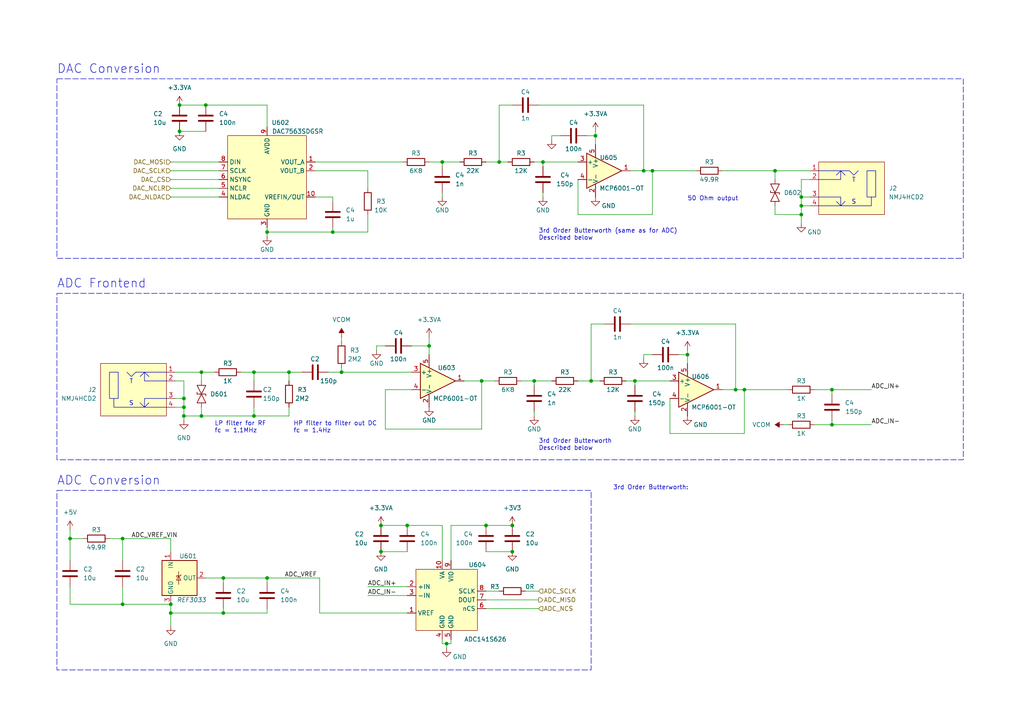
<source format=kicad_sch>
(kicad_sch (version 20230121) (generator eeschema)
  (paper "A4")
  (lib_symbols
    (symbol "Amplifier_Operational:MCP6001-OT" (pin_names (offset 0.127))
      (property "Reference" "U" (at -1.27 6.35 0))
      (property "Value" "MCP6001-OT" (at -1.27 3.81 0))
      (symbol "MCP6001-OT_0_1"
        (polyline (pts (xy -5.08 5.08) (xy 5.08 0) (xy -5.08 -5.08) (xy -5.08 5.08)) (stroke (width 0.254)) (fill (type background)))
        (pin power_in line (at -2.54 -7.62 90) (length 3.81) (name "V-") (number "2"))
        (pin power_in line (at -2.54 7.62 270) (length 3.81) (name "V+") (number "5"))
      )
      (symbol "MCP6001-OT_1_1"
        (pin output line (at 7.62 0 180) (length 2.54) (name "~") (number "1"))
        (pin input line (at -7.62 2.54 0) (length 2.54) (name "+") (number "3"))
        (pin input line (at -7.62 -2.54 0) (length 2.54) (name "-") (number "4"))
      )
    )
    (symbol "Device:C" (pin_numbers hide) (pin_names (offset 0.254))
      (property "Reference" "C" (at 0.635 2.54 0))
      (property "Value" "C" (at 0.635 -2.54 0))
      (symbol "C_0_1"
        (polyline (pts (xy -2.032 -0.762) (xy 2.032 -0.762)) (stroke (width 0.508)))
        (polyline (pts (xy -2.032 0.762) (xy 2.032 0.762)) (stroke (width 0.508)))
      )
      (symbol "C_1_1"
        (pin passive line (at 0 3.81 270) (length 2.794) (name "~") (number "1"))
        (pin passive line (at 0 -3.81 90) (length 2.794) (name "~") (number "2"))
      )
    )
    (symbol "Device:R" (pin_numbers hide) (pin_names (offset 0))
      (property "Reference" "R" (at 2.032 0 90))
      (property "Value" "R" (at 0 0 90))
      (symbol "R_0_1"
        (rectangle (start -1.016 -2.54) (end 1.016 2.54) (stroke (width 0.254)))
      )
      (symbol "R_1_1"
        (pin passive line (at 0 3.81 270) (length 1.27) (name "~") (number "1"))
        (pin passive line (at 0 -3.81 90) (length 1.27) (name "~") (number "2"))
      )
    )
    (symbol "Reference_Voltage:REF3033" (pin_names (offset 0.254))
      (property "Reference" "U" (at 0 6.35 0))
      (property "Value" "REF3033" (at 2.54 -6.35 0))
      (symbol "REF3033_0_1"
        (rectangle (start -5.08 5.08) (end 5.08 -5.08) (stroke (width 0.254)) (fill (type background)))
        (polyline (pts (xy -0.254 1.905) (xy -0.254 -1.905)))
        (polyline (pts (xy -0.889 -0.635) (xy 0.381 -0.635) (xy -0.254 0.635) (xy -0.889 -0.635)))
        (polyline (pts (xy 0.381 1.016) (xy 0.381 0.635) (xy -0.889 0.635) (xy -0.889 0.254)))
      )
      (symbol "REF3033_1_1"
        (pin power_in line (at -2.54 7.62 270) (length 2.54) (name "IN") (number "1"))
        (pin power_out line (at 7.62 0 180) (length 2.54) (name "OUT") (number "2"))
        (pin power_in line (at -2.54 -7.62 90) (length 2.54) (name "GND") (number "3"))
      )
    )
    (symbol "pedal-components:ADC141S626"
      (property "Reference" "U" (at 6.35 10.16 0))
      (property "Value" "ADC141S626" (at 8.89 -10.16 0))
      (symbol "ADC141S626_1_1"
        (rectangle (start -8.89 8.89) (end 8.89 -8.89) (fill (type background)))
        (pin input line (at -11.43 -3.81 0) (length 2.54) (name "VREF") (number "1"))
        (pin power_in line (at -1.27 11.43 270) (length 2.54) (name "VA") (number "10"))
        (pin input line (at -11.43 3.81 0) (length 2.54) (name "+IN") (number "2"))
        (pin input line (at -11.43 1.27 0) (length 2.54) (name "-IN") (number "3"))
        (pin power_in line (at -1.27 -11.43 90) (length 2.54) (name "GND") (number "4"))
        (pin power_in line (at 1.27 -11.43 90) (length 2.54) (name "GND") (number "5"))
        (pin input line (at 11.43 -2.54 180) (length 2.54) (name "nCS") (number "6"))
        (pin output line (at 11.43 0 180) (length 2.54) (name "DOUT") (number "7"))
        (pin input line (at 11.43 2.54 180) (length 2.54) (name "SCLK") (number "8"))
        (pin power_in line (at 1.27 11.43 270) (length 2.54) (name "VIO") (number "9"))
      )
    )
    (symbol "pedal-components:DAC7563SDGSR"
      (property "Reference" "U" (at 13.97 3.81 0))
      (symbol "DAC7563SDGSR_0_0"
        (pin output line (at 13.97 3.81 180) (length 2.54) (name "VOUT_A") (number "1"))
        (pin passive line (at 13.97 -6.35 180) (length 2.54) (name "VREFIN/OUT") (number "10"))
        (pin output line (at 13.97 1.27 180) (length 2.54) (name "VOUT_B") (number "2"))
        (pin power_in line (at 0 -15.24 90) (length 2.54) (name "GND") (number "3"))
        (pin input line (at -13.97 -6.35 0) (length 2.54) (name "NLDAC") (number "4"))
        (pin input line (at -13.97 -3.81 0) (length 2.54) (name "NCLR") (number "5"))
        (pin input line (at -13.97 -1.27 0) (length 2.54) (name "NSYNC") (number "6"))
        (pin input line (at -13.97 1.27 0) (length 2.54) (name "SCLK") (number "7"))
        (pin input line (at -13.97 3.81 0) (length 2.54) (name "DIN") (number "8"))
        (pin power_in line (at 0 13.97 270) (length 2.54) (name "AVDD") (number "9"))
      )
      (symbol "DAC7563SDGSR_1_1"
        (rectangle (start -11.43 11.43) (end 11.43 -12.7) (fill (type background)))
      )
    )
    (symbol "pedal-components:NMJ4HCD2"
      (property "Reference" "J" (at 0 0 0))
      (symbol "NMJ4HCD2_0_1"
        (rectangle (start -1.27 5.08) (end -1.27 5.08))
        (polyline (pts (xy 5.08 5.08) (xy 5.08 5.08)))
      )
      (symbol "NMJ4HCD2_1_1"
        (polyline (pts (xy 6.35 3.81) (xy 6.35 3.81)))
        (polyline (pts (xy 15.24 -2.54) (xy 15.24 -5.08) (xy 0 -5.08)) (stroke (width 0) (color 0 0 194 1)))
        (polyline (pts (xy 0 5.08) (xy 8.89 5.08) (xy 10.16 3.81) (xy 11.43 5.08)) (stroke (width 0) (color 0 0 194 1)))
        (polyline (pts (xy 0 -2.54) (xy 6.35 -2.54) (xy 6.35 -5.08) (xy 7.62 -3.81) (xy 6.35 -5.08) (xy 5.08 -3.81)) (stroke (width 0) (color 0 0 194 1)))
        (polyline (pts (xy 0 2.54) (xy 6.35 2.54) (xy 6.35 5.08) (xy 5.08 3.81) (xy 6.35 5.08) (xy 7.62 3.81)) (stroke (width 0) (color 0 0 194 1)))
        (rectangle (start 0 7.62) (end 19.05 -7.62) (fill (type background)))
        (rectangle (start 13.97 5.08) (end 16.51 -2.54) (stroke (width 0) (color 0 0 194 1)))
        (text "S" (at 10.16 -3.81 0) (effects (font (size 1.27 1.27))))
        (text "T" (at 10.16 2.54 0) (effects (font (size 1.27 1.27))))
        (pin input line (at -2.54 5.08 0) (length 2.54) (name "") (number "1"))
        (pin input line (at -2.54 2.54 0) (length 2.54) (name "") (number "2"))
        (pin input line (at -2.54 -2.54 0) (length 2.54) (name "") (number "3"))
        (pin input line (at -2.54 -5.08 0) (length 2.54) (name "") (number "4"))
      )
    )
    (symbol "pedal-components:PESD3V3L1BA"
      (property "Reference" "D" (at -1.27 2.54 0))
      (symbol "PESD3V3L1BA_0_1"
        (polyline (pts (xy -2.54 0) (xy -3.81 0)))
        (polyline (pts (xy 2.54 0) (xy 3.81 0)))
        (polyline (pts (xy -2.54 -1.27) (xy 0 0) (xy -2.54 1.27) (xy -2.54 -1.27)) (stroke (width 0.2032)))
        (polyline (pts (xy 0.508 1.27) (xy 0 1.27) (xy 0 -1.27) (xy -0.508 -1.27)) (stroke (width 0.2032)))
        (polyline (pts (xy 2.54 1.27) (xy 2.54 -1.27) (xy 0 0) (xy 2.54 1.27)) (stroke (width 0.2032)))
      )
      (symbol "PESD3V3L1BA_1_1"
        (pin passive line (at -3.81 0 0) (length 2.54) hide (name "A1") (number "1"))
        (pin passive line (at 3.81 0 180) (length 2.54) hide (name "A2") (number "2"))
      )
    )
    (symbol "power:+3.3VA" (power) (pin_names (offset 0))
      (property "Value" "+3.3VA" (at 0 3.556 0))
      (symbol "+3.3VA_0_1"
        (polyline (pts (xy -0.762 1.27) (xy 0 2.54)))
        (polyline (pts (xy 0 0) (xy 0 2.54)))
        (polyline (pts (xy 0 2.54) (xy 0.762 1.27)))
      )
      (symbol "+3.3VA_1_1"
        (pin power_in line (at 0 0 90) (length 0) hide (name "+3.3VA") (number "1"))
      )
    )
    (symbol "power:+3V3" (power) (pin_names (offset 0))
      (property "Value" "+3V3" (at 0 3.556 0))
      (symbol "+3V3_0_1"
        (polyline (pts (xy -0.762 1.27) (xy 0 2.54)))
        (polyline (pts (xy 0 0) (xy 0 2.54)))
        (polyline (pts (xy 0 2.54) (xy 0.762 1.27)))
      )
      (symbol "+3V3_1_1"
        (pin power_in line (at 0 0 90) (length 0) hide (name "+3V3") (number "1"))
      )
    )
    (symbol "power:+5V" (power) (pin_names (offset 0))
      (property "Value" "+5V" (at 0 3.556 0))
      (symbol "+5V_0_1"
        (polyline (pts (xy -0.762 1.27) (xy 0 2.54)))
        (polyline (pts (xy 0 0) (xy 0 2.54)))
        (polyline (pts (xy 0 2.54) (xy 0.762 1.27)))
      )
      (symbol "+5V_1_1"
        (pin power_in line (at 0 0 90) (length 0) hide (name "+5V") (number "1"))
      )
    )
    (symbol "power:GND" (power) (pin_names (offset 0))
      (property "Value" "GND" (at 0 -3.81 0))
      (symbol "GND_0_1"
        (polyline (pts (xy 0 0) (xy 0 -1.27) (xy 1.27 -1.27) (xy 0 -2.54) (xy -1.27 -1.27) (xy 0 -1.27)))
      )
      (symbol "GND_1_1"
        (pin power_in line (at 0 0 270) (length 0) hide (name "GND") (number "1"))
      )
    )
    (symbol "power:VCOM" (power) (pin_names (offset 0))
      (property "Value" "VCOM" (at 0 3.81 0))
      (symbol "VCOM_0_1"
        (polyline (pts (xy 0 0) (xy 0 2.54)))
        (polyline (pts (xy 0.762 1.27) (xy -0.762 1.27) (xy 0 2.54) (xy 0.762 1.27)) (fill (type outline)))
      )
      (symbol "VCOM_1_1"
        (pin power_in line (at 0 0 90) (length 0) hide (name "VCOM") (number "1"))
      )
    )
  )
  (junction (at 73.66 120.65))
  (junction (at 110.49 152.4))
  (junction (at 96.52 67.31))
  (junction (at 144.78 46.99))
  (junction (at 241.3 123.19))
  (junction (at 53.34 118.11))
  (junction (at 49.53 177.8))
  (junction (at 148.59 160.02))
  (junction (at 139.7 110.49))
  (junction (at 83.82 107.95))
  (junction (at 59.69 30.48))
  (junction (at 199.39 102.87))
  (junction (at 52.07 30.48))
  (junction (at 52.07 38.1))
  (junction (at 157.48 46.99))
  (junction (at 110.49 160.02))
  (junction (at 99.06 107.95))
  (junction (at 73.66 107.95))
  (junction (at 215.9 113.03))
  (junction (at 35.56 175.26))
  (junction (at 232.41 57.15))
  (junction (at 129.54 186.69))
  (junction (at 184.15 110.49))
  (junction (at 58.42 107.95))
  (junction (at 224.79 49.53))
  (junction (at 77.47 167.64))
  (junction (at 49.53 175.26))
  (junction (at 124.46 100.33))
  (junction (at 172.72 39.37))
  (junction (at 154.94 110.49))
  (junction (at 35.56 156.21))
  (junction (at 118.11 152.4))
  (junction (at 20.32 156.21))
  (junction (at 189.23 49.53))
  (junction (at 53.34 115.57))
  (junction (at 58.42 120.65))
  (junction (at 148.59 152.4))
  (junction (at 171.45 110.49))
  (junction (at 232.41 59.69))
  (junction (at 64.77 177.8))
  (junction (at 241.3 113.03))
  (junction (at 128.27 46.99))
  (junction (at 64.77 167.64))
  (junction (at 232.41 62.23))
  (junction (at 186.69 49.53))
  (junction (at 77.47 67.31))
  (junction (at 213.36 113.03))
  (junction (at 140.97 152.4))
  (junction (at 53.34 120.65))
  (wire (pts (xy 69.85 107.95) (xy 73.66 107.95)))
  (wire (pts (xy 241.3 121.92) (xy 241.3 123.19)))
  (wire (pts (xy 20.32 153.67) (xy 20.32 156.21)))
  (wire (pts (xy 53.34 115.57) (xy 50.8 115.57)))
  (wire (pts (xy 241.3 113.03) (xy 252.73 113.03)))
  (wire (pts (xy 77.47 30.48) (xy 59.69 30.48)))
  (wire (pts (xy 194.31 110.49) (xy 184.15 110.49)))
  (wire (pts (xy 49.53 175.26) (xy 49.53 177.8)))
  (wire (pts (xy 234.95 49.53) (xy 224.79 49.53)))
  (wire (pts (xy 167.64 52.07) (xy 167.64 62.23)))
  (wire (pts (xy 77.47 168.91) (xy 77.47 167.64)))
  (wire (pts (xy 213.36 113.03) (xy 215.9 113.03)))
  (wire (pts (xy 53.34 120.65) (xy 53.34 121.92)))
  (wire (pts (xy 232.41 57.15) (xy 232.41 59.69)))
  (wire (pts (xy 154.94 110.49) (xy 160.02 110.49)))
  (wire (pts (xy 20.32 156.21) (xy 24.13 156.21)))
  (wire (pts (xy 53.34 115.57) (xy 53.34 118.11)))
  (wire (pts (xy 99.06 106.68) (xy 99.06 107.95)))
  (wire (pts (xy 241.3 123.19) (xy 252.73 123.19)))
  (wire (pts (xy 111.76 100.33) (xy 109.22 100.33)))
  (wire (pts (xy 53.34 120.65) (xy 58.42 120.65)))
  (wire (pts (xy 128.27 162.56) (xy 128.27 152.4)))
  (wire (pts (xy 139.7 110.49) (xy 143.51 110.49)))
  (wire (pts (xy 232.41 59.69) (xy 232.41 62.23)))
  (wire (pts (xy 119.38 107.95) (xy 99.06 107.95)))
  (wire (pts (xy 31.75 156.21) (xy 35.56 156.21)))
  (wire (pts (xy 58.42 120.65) (xy 73.66 120.65)))
  (wire (pts (xy 64.77 167.64) (xy 77.47 167.64)))
  (wire (pts (xy 194.31 125.73) (xy 215.9 125.73)))
  (wire (pts (xy 99.06 107.95) (xy 95.25 107.95)))
  (wire (pts (xy 83.82 107.95) (xy 87.63 107.95)))
  (wire (pts (xy 96.52 67.31) (xy 77.47 67.31)))
  (wire (pts (xy 199.39 102.87) (xy 199.39 105.41)))
  (wire (pts (xy 20.32 156.21) (xy 20.32 162.56)))
  (wire (pts (xy 124.46 100.33) (xy 124.46 102.87)))
  (wire (pts (xy 241.3 114.3) (xy 241.3 113.03)))
  (wire (pts (xy 213.36 93.98) (xy 213.36 113.03)))
  (wire (pts (xy 118.11 152.4) (xy 128.27 152.4)))
  (wire (pts (xy 215.9 125.73) (xy 215.9 113.03)))
  (wire (pts (xy 106.68 49.53) (xy 91.44 49.53)))
  (wire (pts (xy 140.97 173.99) (xy 156.21 173.99)))
  (wire (pts (xy 154.94 110.49) (xy 151.13 110.49)))
  (wire (pts (xy 110.49 152.4) (xy 118.11 152.4)))
  (wire (pts (xy 35.56 175.26) (xy 49.53 175.26)))
  (wire (pts (xy 77.47 177.8) (xy 64.77 177.8)))
  (wire (pts (xy 128.27 48.26) (xy 128.27 46.99)))
  (wire (pts (xy 119.38 100.33) (xy 124.46 100.33)))
  (wire (pts (xy 106.68 67.31) (xy 96.52 67.31)))
  (wire (pts (xy 129.54 186.69) (xy 130.81 186.69)))
  (wire (pts (xy 140.97 176.53) (xy 156.21 176.53)))
  (wire (pts (xy 49.53 57.15) (xy 63.5 57.15)))
  (wire (pts (xy 111.76 124.46) (xy 139.7 124.46)))
  (wire (pts (xy 157.48 55.88) (xy 157.48 57.15)))
  (wire (pts (xy 152.4 171.45) (xy 156.21 171.45)))
  (wire (pts (xy 73.66 107.95) (xy 83.82 107.95)))
  (wire (pts (xy 59.69 167.64) (xy 64.77 167.64)))
  (wire (pts (xy 58.42 107.95) (xy 50.8 107.95)))
  (wire (pts (xy 227.33 123.19) (xy 228.6 123.19)))
  (wire (pts (xy 134.62 110.49) (xy 139.7 110.49)))
  (wire (pts (xy 175.26 93.98) (xy 171.45 93.98)))
  (wire (pts (xy 154.94 111.76) (xy 154.94 110.49)))
  (wire (pts (xy 128.27 186.69) (xy 129.54 186.69)))
  (wire (pts (xy 92.71 177.8) (xy 118.11 177.8)))
  (wire (pts (xy 234.95 57.15) (xy 232.41 57.15)))
  (wire (pts (xy 77.47 68.58) (xy 77.47 67.31)))
  (wire (pts (xy 232.41 52.07) (xy 232.41 57.15)))
  (wire (pts (xy 106.68 62.23) (xy 106.68 67.31)))
  (wire (pts (xy 130.81 186.69) (xy 130.81 185.42)))
  (wire (pts (xy 128.27 55.88) (xy 128.27 57.15)))
  (wire (pts (xy 182.88 93.98) (xy 213.36 93.98)))
  (wire (pts (xy 49.53 177.8) (xy 64.77 177.8)))
  (wire (pts (xy 234.95 59.69) (xy 232.41 59.69)))
  (wire (pts (xy 73.66 120.65) (xy 83.82 120.65)))
  (wire (pts (xy 194.31 115.57) (xy 194.31 125.73)))
  (wire (pts (xy 186.69 102.87) (xy 186.69 104.14)))
  (wire (pts (xy 20.32 175.26) (xy 35.56 175.26)))
  (wire (pts (xy 140.97 171.45) (xy 144.78 171.45)))
  (wire (pts (xy 35.56 156.21) (xy 49.53 156.21)))
  (wire (pts (xy 58.42 110.49) (xy 58.42 107.95)))
  (wire (pts (xy 224.79 62.23) (xy 232.41 62.23)))
  (wire (pts (xy 96.52 57.15) (xy 91.44 57.15)))
  (wire (pts (xy 77.47 36.83) (xy 77.47 30.48)))
  (wire (pts (xy 128.27 46.99) (xy 133.35 46.99)))
  (wire (pts (xy 77.47 177.8) (xy 77.47 176.53)))
  (wire (pts (xy 209.55 49.53) (xy 224.79 49.53)))
  (wire (pts (xy 154.94 119.38) (xy 154.94 120.65)))
  (wire (pts (xy 236.22 123.19) (xy 241.3 123.19)))
  (wire (pts (xy 96.52 66.04) (xy 96.52 67.31)))
  (wire (pts (xy 189.23 49.53) (xy 201.93 49.53)))
  (wire (pts (xy 172.72 39.37) (xy 172.72 41.91)))
  (wire (pts (xy 49.53 46.99) (xy 63.5 46.99)))
  (wire (pts (xy 91.44 46.99) (xy 116.84 46.99)))
  (wire (pts (xy 73.66 107.95) (xy 73.66 110.49)))
  (wire (pts (xy 154.94 46.99) (xy 157.48 46.99)))
  (wire (pts (xy 83.82 118.11) (xy 83.82 120.65)))
  (wire (pts (xy 64.77 167.64) (xy 64.77 168.91)))
  (wire (pts (xy 53.34 118.11) (xy 53.34 120.65)))
  (wire (pts (xy 77.47 167.64) (xy 92.71 167.64)))
  (wire (pts (xy 58.42 107.95) (xy 62.23 107.95)))
  (wire (pts (xy 110.49 160.02) (xy 118.11 160.02)))
  (wire (pts (xy 148.59 152.4) (xy 140.97 152.4)))
  (wire (pts (xy 184.15 110.49) (xy 184.15 111.76)))
  (wire (pts (xy 157.48 46.99) (xy 157.48 48.26)))
  (wire (pts (xy 111.76 113.03) (xy 111.76 124.46)))
  (wire (pts (xy 160.02 39.37) (xy 160.02 40.64)))
  (wire (pts (xy 124.46 97.79) (xy 124.46 100.33)))
  (wire (pts (xy 73.66 118.11) (xy 73.66 120.65)))
  (wire (pts (xy 182.88 49.53) (xy 186.69 49.53)))
  (wire (pts (xy 140.97 152.4) (xy 130.81 152.4)))
  (wire (pts (xy 52.07 30.48) (xy 59.69 30.48)))
  (wire (pts (xy 139.7 110.49) (xy 139.7 124.46)))
  (wire (pts (xy 167.64 62.23) (xy 189.23 62.23)))
  (wire (pts (xy 52.07 38.1) (xy 59.69 38.1)))
  (wire (pts (xy 209.55 113.03) (xy 213.36 113.03)))
  (wire (pts (xy 50.8 110.49) (xy 53.34 110.49)))
  (wire (pts (xy 49.53 156.21) (xy 49.53 160.02)))
  (wire (pts (xy 20.32 170.18) (xy 20.32 175.26)))
  (wire (pts (xy 156.21 30.48) (xy 186.69 30.48)))
  (wire (pts (xy 77.47 67.31) (xy 77.47 66.04)))
  (wire (pts (xy 236.22 113.03) (xy 241.3 113.03)))
  (wire (pts (xy 92.71 167.64) (xy 92.71 177.8)))
  (wire (pts (xy 49.53 177.8) (xy 49.53 181.61)))
  (wire (pts (xy 53.34 110.49) (xy 53.34 115.57)))
  (wire (pts (xy 189.23 102.87) (xy 186.69 102.87)))
  (wire (pts (xy 49.53 52.07) (xy 63.5 52.07)))
  (wire (pts (xy 171.45 93.98) (xy 171.45 110.49)))
  (wire (pts (xy 49.53 49.53) (xy 63.5 49.53)))
  (wire (pts (xy 96.52 58.42) (xy 96.52 57.15)))
  (wire (pts (xy 224.79 59.69) (xy 224.79 62.23)))
  (wire (pts (xy 232.41 62.23) (xy 232.41 64.77)))
  (wire (pts (xy 119.38 113.03) (xy 111.76 113.03)))
  (wire (pts (xy 35.56 170.18) (xy 35.56 175.26)))
  (wire (pts (xy 186.69 30.48) (xy 186.69 49.53)))
  (wire (pts (xy 148.59 160.02) (xy 140.97 160.02)))
  (wire (pts (xy 53.34 118.11) (xy 50.8 118.11)))
  (wire (pts (xy 167.64 110.49) (xy 171.45 110.49)))
  (wire (pts (xy 170.18 39.37) (xy 172.72 39.37)))
  (wire (pts (xy 83.82 110.49) (xy 83.82 107.95)))
  (wire (pts (xy 181.61 110.49) (xy 184.15 110.49)))
  (wire (pts (xy 140.97 46.99) (xy 144.78 46.99)))
  (wire (pts (xy 186.69 49.53) (xy 189.23 49.53)))
  (wire (pts (xy 172.72 38.1) (xy 172.72 39.37)))
  (wire (pts (xy 196.85 102.87) (xy 199.39 102.87)))
  (wire (pts (xy 129.54 186.69) (xy 129.54 187.96)))
  (wire (pts (xy 128.27 46.99) (xy 124.46 46.99)))
  (wire (pts (xy 162.56 39.37) (xy 160.02 39.37)))
  (wire (pts (xy 109.22 100.33) (xy 109.22 101.6)))
  (wire (pts (xy 106.68 54.61) (xy 106.68 49.53)))
  (wire (pts (xy 184.15 119.38) (xy 184.15 120.65)))
  (wire (pts (xy 128.27 185.42) (xy 128.27 186.69)))
  (wire (pts (xy 144.78 30.48) (xy 144.78 46.99)))
  (wire (pts (xy 215.9 113.03) (xy 228.6 113.03)))
  (wire (pts (xy 106.68 170.18) (xy 118.11 170.18)))
  (wire (pts (xy 35.56 162.56) (xy 35.56 156.21)))
  (wire (pts (xy 148.59 30.48) (xy 144.78 30.48)))
  (wire (pts (xy 189.23 62.23) (xy 189.23 49.53)))
  (wire (pts (xy 224.79 49.53) (xy 224.79 52.07)))
  (wire (pts (xy 199.39 101.6) (xy 199.39 102.87)))
  (wire (pts (xy 99.06 97.79) (xy 99.06 99.06)))
  (wire (pts (xy 144.78 46.99) (xy 147.32 46.99)))
  (wire (pts (xy 167.64 46.99) (xy 157.48 46.99)))
  (wire (pts (xy 130.81 152.4) (xy 130.81 162.56)))
  (wire (pts (xy 171.45 110.49) (xy 173.99 110.49)))
  (wire (pts (xy 58.42 118.11) (xy 58.42 120.65)))
  (wire (pts (xy 49.53 54.61) (xy 63.5 54.61)))
  (wire (pts (xy 106.68 172.72) (xy 118.11 172.72)))
  (wire (pts (xy 234.95 52.07) (xy 232.41 52.07)))
  (wire (pts (xy 64.77 177.8) (xy 64.77 176.53)))
  (rectangle (start 16.51 22.86) (end 279.4 74.93) (stroke (width 0) (type dash)))
  (rectangle (start 16.51 85.09) (end 279.4 133.35) (stroke (width 0) (type dash)))
  (rectangle (start 16.51 142.24) (end 171.45 194.31) (stroke (width 0) (type dash)))
  (text "50 Ohm output" (at 199.39 58.42 0) (effects (font (size 1.27 1.27)) (justify left bottom)))
  (text "ADC Conversion" (at 16.51 140.97 0) (effects (font (size 2.54 2.54)) (justify left bottom)))
  (text "LP filter for RF\nfc = 1.1MHz" (at 62.23 125.73 0) (effects (font (size 1.27 1.27)) (justify left bottom)))
  (text "ADC Frontend" (at 16.51 83.82 0) (effects (font (size 2.54 2.54)) (justify left bottom)))
  (text "3rd Order Butterworth (same as for ADC)\nDescribed below" (at 156.21 69.85 0) (effects (font (size 1.27 1.27)) (justify left bottom)))
  (text "HP filter to filter out DC\nfc = 1.4Hz" (at 85.09 125.73 0) (effects (font (size 1.27 1.27)) (justify left bottom)))
  (text "3rd Order Butterworth:" (at 177.8 142.24 0) (effects (font (size 1.27 1.27)) (justify left bottom)))
  (text "3rd Order Butterworth\nDescribed below" (at 156.21 130.81 0) (effects (font (size 1.27 1.27)) (justify left bottom)))
  (text "DAC Conversion" (at 16.51 21.59 0) (effects (font (size 2.54 2.54)) (justify left bottom)))
  (label "ADC_VREF" (at 82.55 167.64 0))
  (label "ADC_IN+" (at 106.68 170.18 0))
  (label "ADC_IN-" (at 106.68 172.72 0))
  (label "ADC_VREF_VIN" (at 38.1 156.21 0))
  (label "ADC_IN-" (at 252.73 123.19 0))
  (label "ADC_IN+" (at 252.73 113.03 0))
  (hierarchical_label "ADC_NCS" (shape input) (at 156.21 176.53 0))
  (hierarchical_label "DAC_CS" (shape input) (at 49.53 52.07 180))
  (hierarchical_label "DAC_MOSI" (shape input) (at 49.53 46.99 180))
  (hierarchical_label "ADC_SCLK" (shape input) (at 156.21 171.45 0))
  (hierarchical_label "DAC_NCLR" (shape input) (at 49.53 54.61 180))
  (hierarchical_label "ADC_MISO" (shape output) (at 156.21 173.99 0))
  (hierarchical_label "DAC_SCLK" (shape input) (at 49.53 49.53 180))
  (hierarchical_label "DAC_NLDAC" (shape input) (at 49.53 57.15 180))
  (symbol (lib_id "Device:R") (at 177.8 110.49 90) (unit 1)
    (property "Reference" "R3" (at 177.8 107.95 90))
    (property "Value" "12K" (at 177.8 113.03 90))
    (property "Footprint" "Resistor_SMD:R_0805_2012Metric" (effects hide))
    (instances (project "guitar-pedal" (path "" (reference "R3") (unit 1)) (path "" (reference "R10") (unit 1)) (path "" (reference "R612") (unit 1))))
  )
  (symbol (lib_id "power:+3.3VA") (at 199.39 101.6 0) (unit 1)
    (property "Reference" "#PWR010" (effects hide))
    (property "Value" "+3.3VA" (at 199.39 96.52 0))
    (instances (project "guitar-pedal" (path "" (reference "#PWR010") (unit 1)) (path "" (reference "#PWR0624") (unit 1))))
  )
  (symbol (lib_id "Device:C") (at 110.49 156.21 0) (unit 1)
    (property "Reference" "C2" (at 102.87 154.94 0) (effects (justify left)))
    (property "Value" "10u" (at 102.87 157.48 0) (effects (justify left)))
    (property "Footprint" "Capacitor_SMD:C_0805_2012Metric" (effects hide))
    (instances (project "guitar-pedal" (path "" (reference "C2") (unit 1)) (path "" (reference "C610") (unit 1))))
  )
  (symbol (lib_id "Amplifier_Operational:MCP6001-OT") (at 127 110.49 0) (unit 1)
    (property "Reference" "U603" (at 129.54 106.68 0))
    (property "Value" "MCP6001-OT" (at 132.08 115.57 0))
    (property "Footprint" "Package_TO_SOT_SMD:SOT-23-5" (effects hide))
    (property "Datasheet" "http://ww1.microchip.com/downloads/en/DeviceDoc/21733j.pdf" (effects hide))
  )
  (symbol (lib_id "Device:R") (at 151.13 46.99 90) (unit 1)
    (property "Reference" "R3" (at 151.13 44.45 90))
    (property "Value" "12K" (at 151.13 49.53 90))
    (property "Footprint" "Resistor_SMD:R_0805_2012Metric" (effects hide))
    (instances (project "guitar-pedal" (path "" (reference "R3") (unit 1)) (path "" (reference "R10") (unit 1)) (path "" (reference "R610") (unit 1))))
  )
  (symbol (lib_id "Device:C") (at 35.56 166.37 0) (unit 1)
    (property "Reference" "C2" (at 39.37 165.1 0) (effects (justify left)))
    (property "Value" "10u" (at 39.37 167.64 0) (effects (justify left)))
    (property "Footprint" "Capacitor_SMD:C_0805_2012Metric" (effects hide))
    (instances (project "guitar-pedal" (path "" (reference "C2") (unit 1)) (path "" (reference "C602") (unit 1))))
  )
  (symbol (lib_id "power:+3.3VA") (at 172.72 38.1 0) (unit 1)
    (property "Reference" "#PWR010" (effects hide))
    (property "Value" "+3.3VA" (at 172.72 33.02 0))
    (instances (project "guitar-pedal" (path "" (reference "#PWR010") (unit 1)) (path "" (reference "#PWR0620") (unit 1))))
  )
  (symbol (lib_id "power:+5V") (at 20.32 153.67 0) (unit 1)
    (property "Reference" "#PWR0601" (effects hide))
    (property "Value" "+5V" (at 20.32 148.59 0))
  )
  (symbol (lib_id "power:GND") (at 109.22 101.6 0) (mirror y) (unit 1)
    (property "Reference" "#PWR05" (effects hide))
    (property "Value" "GND" (at 109.22 105.41 0))
    (instances (project "guitar-pedal" (path "" (reference "#PWR05") (unit 1)) (path "" (reference "#PWR0608") (unit 1))))
  )
  (symbol (lib_id "power:GND") (at 172.72 57.15 0) (mirror y) (unit 1)
    (property "Reference" "#PWR05" (effects hide))
    (property "Value" "GND" (at 176.53 59.69 0))
    (instances (project "guitar-pedal" (path "" (reference "#PWR05") (unit 1)) (path "" (reference "#PWR0621") (unit 1))))
  )
  (symbol (lib_id "Device:R") (at 27.94 156.21 90) (unit 1)
    (property "Reference" "R3" (at 27.94 153.67 90))
    (property "Value" "49.9R" (at 27.94 158.75 90))
    (property "Footprint" "Resistor_SMD:R_0805_2012Metric" (effects hide))
    (instances (project "guitar-pedal" (path "" (reference "R3") (unit 1)) (path "" (reference "R10") (unit 1)) (path "" (reference "R601") (unit 1))))
  )
  (symbol (lib_id "Device:C") (at 115.57 100.33 90) (unit 1)
    (property "Reference" "C4" (at 115.57 96.52 90))
    (property "Value" "100n" (at 115.57 104.14 90))
    (property "Footprint" "Capacitor_SMD:C_0805_2012Metric" (effects hide))
    (instances (project "guitar-pedal" (path "" (reference "C4") (unit 1)) (path "" (reference "C14") (unit 1)) (path "" (reference "C611") (unit 1))))
  )
  (symbol (lib_id "pedal-components:PESD3V3L1BA") (at 224.79 55.88 90) (unit 1)
    (property "Reference" "D602" (at 227.33 55.88 90) (effects (justify right)))
    (property "Value" "~" (at 224.79 55.88 0))
    (property "Footprint" "pedal-components:PESD3V3L1BA" (effects hide))
  )
  (symbol (lib_id "power:VCOM") (at 227.33 123.19 90) (unit 1)
    (property "Reference" "#PWR020" (effects hide))
    (property "Value" "VCOM" (at 223.52 123.19 90) (effects (justify left)))
    (instances (project "guitar-pedal" (path "" (reference "#PWR020") (unit 1)) (path "" (reference "#PWR0626") (unit 1))))
  )
  (symbol (lib_id "pedal-components:NMJ4HCD2") (at 237.49 54.61 0) (unit 1)
    (property "Reference" "J2" (at 257.81 54.61 0) (effects (justify left)))
    (property "Value" "NMJ4HCD2" (at 262.89 57.15 0))
    (property "Footprint" "pedal-components:NMJ4HCD2" (effects hide))
    (instances (project "guitar-pedal" (path "" (reference "J2") (unit 1)) (path "" (reference "J602") (unit 1))))
  )
  (symbol (lib_id "Device:R") (at 232.41 113.03 90) (unit 1)
    (property "Reference" "R3" (at 232.41 110.49 90))
    (property "Value" "1K" (at 232.41 115.57 90))
    (property "Footprint" "Resistor_SMD:R_0805_2012Metric" (effects hide))
    (instances (project "guitar-pedal" (path "" (reference "R3") (unit 1)) (path "" (reference "R10") (unit 1)) (path "" (reference "R614") (unit 1))))
  )
  (symbol (lib_id "power:GND") (at 186.69 104.14 0) (mirror y) (unit 1)
    (property "Reference" "#PWR05" (effects hide))
    (property "Value" "GND" (effects hide))
    (instances (project "guitar-pedal" (path "" (reference "#PWR05") (unit 1)) (path "" (reference "#PWR0623") (unit 1))))
  )
  (symbol (lib_id "Device:C") (at 154.94 115.57 180) (unit 1)
    (property "Reference" "C4" (at 160.02 114.3 0))
    (property "Value" "1n" (at 160.02 116.84 0))
    (property "Footprint" "Capacitor_SMD:C_0805_2012Metric" (effects hide))
    (instances (project "guitar-pedal" (path "" (reference "C4") (unit 1)) (path "" (reference "C14") (unit 1)) (path "" (reference "C617") (unit 1))))
  )
  (symbol (lib_id "Device:C") (at 152.4 30.48 270) (unit 1)
    (property "Reference" "C4" (at 152.4 26.67 90))
    (property "Value" "1n" (at 152.4 34.29 90))
    (property "Footprint" "Capacitor_SMD:C_0805_2012Metric" (effects hide))
    (instances (project "guitar-pedal" (path "" (reference "C4") (unit 1)) (path "" (reference "C14") (unit 1)) (path "" (reference "C616") (unit 1))))
  )
  (symbol (lib_id "power:GND") (at 148.59 160.02 0) (mirror y) (unit 1)
    (property "Reference" "#PWR0616" (effects hide))
    (property "Value" "GND" (at 148.59 165.1 0))
  )
  (symbol (lib_id "Device:R") (at 66.04 107.95 90) (unit 1)
    (property "Reference" "R3" (at 66.04 105.41 90))
    (property "Value" "1K" (at 66.04 110.49 90))
    (property "Footprint" "Resistor_SMD:R_0805_2012Metric" (effects hide))
    (instances (project "guitar-pedal" (path "" (reference "R3") (unit 1)) (path "" (reference "R10") (unit 1)) (path "" (reference "R602") (unit 1))))
  )
  (symbol (lib_id "power:GND") (at 52.07 38.1 0) (unit 1)
    (property "Reference" "#PWR0604" (effects hide))
    (property "Value" "GND" (at 52.07 43.18 0))
  )
  (symbol (lib_id "Device:C") (at 193.04 102.87 90) (unit 1)
    (property "Reference" "C4" (at 193.04 99.06 90))
    (property "Value" "100n" (at 193.04 106.68 90))
    (property "Footprint" "Capacitor_SMD:C_0805_2012Metric" (effects hide))
    (instances (project "guitar-pedal" (path "" (reference "C4") (unit 1)) (path "" (reference "C14") (unit 1)) (path "" (reference "C622") (unit 1))))
  )
  (symbol (lib_id "Device:C") (at 59.69 34.29 0) (unit 1)
    (property "Reference" "C4" (at 63.5 33.02 0) (effects (justify left)))
    (property "Value" "100n" (at 63.5 35.56 0) (effects (justify left)))
    (property "Footprint" "Capacitor_SMD:C_0805_2012Metric" (effects hide))
    (instances (project "guitar-pedal" (path "" (reference "C4") (unit 1)) (path "" (reference "C14") (unit 1)) (path "" (reference "C604") (unit 1))))
  )
  (symbol (lib_id "power:GND") (at 124.46 118.11 0) (mirror y) (unit 1)
    (property "Reference" "#PWR05" (effects hide))
    (property "Value" "GND" (at 124.46 121.92 0))
    (instances (project "guitar-pedal" (path "" (reference "#PWR05") (unit 1)) (path "" (reference "#PWR0612") (unit 1))))
  )
  (symbol (lib_id "power:GND") (at 128.27 57.15 0) (mirror y) (unit 1)
    (property "Reference" "#PWR05" (effects hide))
    (property "Value" "GND" (at 128.27 60.96 0))
    (instances (project "guitar-pedal" (path "" (reference "#PWR05") (unit 1)) (path "" (reference "#PWR0613") (unit 1))))
  )
  (symbol (lib_id "power:GND") (at 129.54 187.96 0) (unit 1)
    (property "Reference" "#PWR0614" (effects hide))
    (property "Value" "GND" (at 133.35 190.5 0))
  )
  (symbol (lib_id "pedal-components:ADC141S626") (at 129.54 173.99 0) (unit 1)
    (property "Reference" "U604" (at 135.89 163.83 0) (effects (justify left)))
    (property "Value" "ADC141S626" (at 134.62 185.42 0) (effects (justify left)))
    (property "Footprint" "pedal-components:10-VSSOP-TI" (effects hide))
  )
  (symbol (lib_id "Device:R") (at 205.74 49.53 90) (unit 1)
    (property "Reference" "R3" (at 205.74 46.99 90))
    (property "Value" "49.9R" (at 205.74 52.07 90))
    (property "Footprint" "Resistor_SMD:R_0805_2012Metric" (effects hide))
    (instances (project "guitar-pedal" (path "" (reference "R3") (unit 1)) (path "" (reference "R10") (unit 1)) (path "" (reference "R613") (unit 1))))
  )
  (symbol (lib_id "power:GND") (at 53.34 121.92 0) (mirror y) (unit 1)
    (property "Reference" "#PWR05" (effects hide))
    (property "Value" "GND" (at 53.34 127 0))
    (instances (project "guitar-pedal" (path "" (reference "#PWR05") (unit 1)) (path "" (reference "#PWR0605") (unit 1))))
  )
  (symbol (lib_id "power:+3.3VA") (at 110.49 152.4 0) (unit 1)
    (property "Reference" "#PWR0609" (effects hide))
    (property "Value" "+3.3VA" (at 110.49 147.32 0))
  )
  (symbol (lib_id "Device:R") (at 106.68 58.42 180) (unit 1)
    (property "Reference" "R3" (at 110.49 58.42 0))
    (property "Value" "10K" (at 110.49 60.96 0))
    (property "Footprint" "Resistor_SMD:R_0805_2012Metric" (effects hide))
    (instances (project "guitar-pedal" (path "" (reference "R3") (unit 1)) (path "" (reference "R10") (unit 1)) (path "" (reference "R605") (unit 1))))
  )
  (symbol (lib_id "Device:C") (at 157.48 52.07 180) (unit 1)
    (property "Reference" "C4" (at 163.83 50.8 0))
    (property "Value" "150p" (at 163.83 53.34 0))
    (property "Footprint" "Capacitor_SMD:C_0805_2012Metric" (effects hide))
    (instances (project "guitar-pedal" (path "" (reference "C4") (unit 1)) (path "" (reference "C14") (unit 1)) (path "" (reference "C618") (unit 1))))
  )
  (symbol (lib_id "power:GND") (at 160.02 40.64 0) (mirror y) (unit 1)
    (property "Reference" "#PWR05" (effects hide))
    (property "Value" "GND" (effects hide))
    (instances (project "guitar-pedal" (path "" (reference "#PWR05") (unit 1)) (path "" (reference "#PWR0619") (unit 1))))
  )
  (symbol (lib_id "power:GND") (at 49.53 181.61 0) (unit 1)
    (property "Reference" "#PWR0602" (effects hide))
    (property "Value" "GND" (at 49.53 186.69 0))
  )
  (symbol (lib_id "Device:C") (at 148.59 156.21 0) (unit 1)
    (property "Reference" "C2" (at 152.4 154.94 0) (effects (justify left)))
    (property "Value" "10u" (at 152.4 157.48 0) (effects (justify left)))
    (property "Footprint" "Capacitor_SMD:C_0805_2012Metric" (effects hide))
    (instances (project "guitar-pedal" (path "" (reference "C2") (unit 1)) (path "" (reference "C615") (unit 1))))
  )
  (symbol (lib_id "Device:C") (at 91.44 107.95 90) (unit 1)
    (property "Reference" "C2" (at 92.71 104.14 90) (effects (justify left)))
    (property "Value" "150p" (at 97.79 110.49 90) (effects (justify left)))
    (property "Footprint" "Capacitor_SMD:C_0805_2012Metric" (effects hide))
    (instances (project "guitar-pedal" (path "" (reference "C2") (unit 1)) (path "" (reference "C608") (unit 1))))
  )
  (symbol (lib_id "Device:C") (at 184.15 115.57 180) (unit 1)
    (property "Reference" "C4" (at 190.5 114.3 0))
    (property "Value" "150p" (at 190.5 116.84 0))
    (property "Footprint" "Capacitor_SMD:C_0805_2012Metric" (effects hide))
    (instances (project "guitar-pedal" (path "" (reference "C4") (unit 1)) (path "" (reference "C14") (unit 1)) (path "" (reference "C621") (unit 1))))
  )
  (symbol (lib_id "Device:C") (at 140.97 156.21 0) (mirror y) (unit 1)
    (property "Reference" "C4" (at 137.16 154.94 0) (effects (justify left)))
    (property "Value" "100n" (at 137.16 157.48 0) (effects (justify left)))
    (property "Footprint" "Capacitor_SMD:C_0805_2012Metric" (effects hide))
    (instances (project "guitar-pedal" (path "" (reference "C4") (unit 1)) (path "" (reference "C14") (unit 1)) (path "" (reference "C614") (unit 1))))
  )
  (symbol (lib_id "power:VCOM") (at 99.06 97.79 0) (unit 1)
    (property "Reference" "#PWR020" (effects hide))
    (property "Value" "VCOM" (at 99.06 92.71 0))
    (instances (project "guitar-pedal" (path "" (reference "#PWR020") (unit 1)) (path "" (reference "#PWR0607") (unit 1))))
  )
  (symbol (lib_id "Device:R") (at 137.16 46.99 90) (unit 1)
    (property "Reference" "R3" (at 137.16 44.45 90))
    (property "Value" "22K" (at 137.16 49.53 90))
    (property "Footprint" "Resistor_SMD:R_0805_2012Metric" (effects hide))
    (instances (project "guitar-pedal" (path "" (reference "R3") (unit 1)) (path "" (reference "R10") (unit 1)) (path "" (reference "R607") (unit 1))))
  )
  (symbol (lib_id "Device:R") (at 148.59 171.45 90) (unit 1)
    (property "Reference" "R3" (at 143.51 170.18 90))
    (property "Value" "0R" (at 153.67 170.18 90))
    (property "Footprint" "Resistor_SMD:R_0805_2012Metric" (effects hide))
    (instances (project "guitar-pedal" (path "" (reference "R3") (unit 1)) (path "" (reference "R13") (unit 1)) (path "" (reference "R609") (unit 1))))
  )
  (symbol (lib_id "power:GND") (at 184.15 120.65 0) (mirror y) (unit 1)
    (property "Reference" "#PWR05" (effects hide))
    (property "Value" "GND" (at 184.15 124.46 0))
    (instances (project "guitar-pedal" (path "" (reference "#PWR05") (unit 1)) (path "" (reference "#PWR0622") (unit 1))))
  )
  (symbol (lib_id "power:+3.3VA") (at 124.46 97.79 0) (unit 1)
    (property "Reference" "#PWR010" (effects hide))
    (property "Value" "+3.3VA" (at 124.46 92.71 0))
    (instances (project "guitar-pedal" (path "" (reference "#PWR010") (unit 1)) (path "" (reference "#PWR0611") (unit 1))))
  )
  (symbol (lib_id "Device:C") (at 52.07 34.29 0) (unit 1)
    (property "Reference" "C2" (at 44.45 33.02 0) (effects (justify left)))
    (property "Value" "10u" (at 44.45 35.56 0) (effects (justify left)))
    (property "Footprint" "Capacitor_SMD:C_0805_2012Metric" (effects hide))
    (instances (project "guitar-pedal" (path "" (reference "C2") (unit 1)) (path "" (reference "C603") (unit 1))))
  )
  (symbol (lib_id "Device:R") (at 83.82 114.3 0) (unit 1)
    (property "Reference" "R3" (at 87.63 113.03 0))
    (property "Value" "2M2" (at 87.63 115.57 0))
    (property "Footprint" "Resistor_SMD:R_0805_2012Metric" (effects hide))
    (instances (project "guitar-pedal" (path "" (reference "R3") (unit 1)) (path "" (reference "R10") (unit 1)) (path "" (reference "R603") (unit 1))))
  )
  (symbol (lib_id "pedal-components:NMJ4HCD2") (at 48.26 113.03 0) (mirror y) (unit 1)
    (property "Reference" "J2" (at 27.94 113.03 0) (effects (justify left)))
    (property "Value" "NMJ4HCD2" (at 22.86 115.57 0))
    (property "Footprint" "pedal-components:NMJ4HCD2" (effects hide))
    (instances (project "guitar-pedal" (path "" (reference "J2") (unit 1)) (path "" (reference "J601") (unit 1))))
  )
  (symbol (lib_id "Device:C") (at 179.07 93.98 270) (unit 1)
    (property "Reference" "C4" (at 179.07 90.17 90))
    (property "Value" "1n" (at 179.07 97.79 90))
    (property "Footprint" "Capacitor_SMD:C_0805_2012Metric" (effects hide))
    (instances (project "guitar-pedal" (path "" (reference "C4") (unit 1)) (path "" (reference "C14") (unit 1)) (path "" (reference "C620") (unit 1))))
  )
  (symbol (lib_id "Device:C") (at 73.66 114.3 0) (unit 1)
    (property "Reference" "C2" (at 76.2 113.03 0) (effects (justify left)))
    (property "Value" "150p" (at 76.2 115.57 0) (effects (justify left)))
    (property "Footprint" "Capacitor_SMD:C_0805_2012Metric" (effects hide))
    (instances (project "guitar-pedal" (path "" (reference "C2") (unit 1)) (path "" (reference "C606") (unit 1))))
  )
  (symbol (lib_id "pedal-components:PESD3V3L1BA") (at 58.42 114.3 90) (unit 1)
    (property "Reference" "D601" (at 60.96 114.3 90) (effects (justify right)))
    (property "Value" "~" (at 58.42 114.3 0))
    (property "Footprint" "pedal-components:PESD3V3L1BA" (effects hide))
  )
  (symbol (lib_id "Device:C") (at 128.27 52.07 180) (unit 1)
    (property "Reference" "C4" (at 133.35 50.8 0))
    (property "Value" "1n" (at 133.35 53.34 0))
    (property "Footprint" "Capacitor_SMD:C_0805_2012Metric" (effects hide))
    (instances (project "guitar-pedal" (path "" (reference "C4") (unit 1)) (path "" (reference "C14") (unit 1)) (path "" (reference "C613") (unit 1))))
  )
  (symbol (lib_id "Device:R") (at 147.32 110.49 90) (unit 1)
    (property "Reference" "R3" (at 147.32 107.95 90))
    (property "Value" "6K8" (at 147.32 113.03 90))
    (property "Footprint" "Resistor_SMD:R_0805_2012Metric" (effects hide))
    (instances (project "guitar-pedal" (path "" (reference "R3") (unit 1)) (path "" (reference "R10") (unit 1)) (path "" (reference "R608") (unit 1))))
  )
  (symbol (lib_id "Device:C") (at 118.11 156.21 0) (unit 1)
    (property "Reference" "C4" (at 121.92 154.94 0) (effects (justify left)))
    (property "Value" "100n" (at 121.92 157.48 0) (effects (justify left)))
    (property "Footprint" "Capacitor_SMD:C_0805_2012Metric" (effects hide))
    (instances (project "guitar-pedal" (path "" (reference "C4") (unit 1)) (path "" (reference "C14") (unit 1)) (path "" (reference "C612") (unit 1))))
  )
  (symbol (lib_id "power:GND") (at 199.39 120.65 0) (mirror y) (unit 1)
    (property "Reference" "#PWR05" (effects hide))
    (property "Value" "GND" (at 203.2 123.19 0))
    (instances (project "guitar-pedal" (path "" (reference "#PWR05") (unit 1)) (path "" (reference "#PWR0625") (unit 1))))
  )
  (symbol (lib_id "Device:C") (at 241.3 118.11 180) (unit 1)
    (property "Reference" "C4" (at 246.38 116.84 0))
    (property "Value" "150p" (at 247.65 119.38 0))
    (property "Footprint" "Capacitor_SMD:C_0805_2012Metric" (effects hide))
    (instances (project "guitar-pedal" (path "" (reference "C4") (unit 1)) (path "" (reference "C14") (unit 1)) (path "" (reference "C623") (unit 1))))
  )
  (symbol (lib_id "power:GND") (at 110.49 160.02 0) (unit 1)
    (property "Reference" "#PWR0610" (effects hide))
    (property "Value" "GND" (at 110.49 165.1 0))
  )
  (symbol (lib_id "power:GND") (at 154.94 120.65 0) (mirror y) (unit 1)
    (property "Reference" "#PWR05" (effects hide))
    (property "Value" "GND" (at 154.94 124.46 0))
    (instances (project "guitar-pedal" (path "" (reference "#PWR05") (unit 1)) (path "" (reference "#PWR0617") (unit 1))))
  )
  (symbol (lib_id "pedal-components:DAC7563SDGSR") (at 77.47 50.8 0) (unit 1)
    (property "Reference" "U602" (at 78.74 35.56 0) (effects (justify left)))
    (property "Value" "DAC7563SDGSR" (at 86.36 38.1 0))
    (property "Footprint" "pedal-components:10-VSSOP-TI" (effects hide))
  )
  (symbol (lib_id "Device:R") (at 232.41 123.19 90) (unit 1)
    (property "Reference" "R3" (at 232.41 120.65 90))
    (property "Value" "1K" (at 232.41 125.73 90))
    (property "Footprint" "Resistor_SMD:R_0805_2012Metric" (effects hide))
    (instances (project "guitar-pedal" (path "" (reference "R3") (unit 1)) (path "" (reference "R10") (unit 1)) (path "" (reference "R615") (unit 1))))
  )
  (symbol (lib_id "Device:R") (at 163.83 110.49 90) (unit 1)
    (property "Reference" "R3" (at 163.83 107.95 90))
    (property "Value" "22K" (at 163.83 113.03 90))
    (property "Footprint" "Resistor_SMD:R_0805_2012Metric" (effects hide))
    (instances (project "guitar-pedal" (path "" (reference "R3") (unit 1)) (path "" (reference "R10") (unit 1)) (path "" (reference "R611") (unit 1))))
  )
  (symbol (lib_id "Device:C") (at 166.37 39.37 90) (unit 1)
    (property "Reference" "C4" (at 166.37 35.56 90))
    (property "Value" "100n" (at 166.37 43.18 90))
    (property "Footprint" "Capacitor_SMD:C_0805_2012Metric" (effects hide))
    (instances (project "guitar-pedal" (path "" (reference "C4") (unit 1)) (path "" (reference "C14") (unit 1)) (path "" (reference "C619") (unit 1))))
  )
  (symbol (lib_id "power:GND") (at 77.47 68.58 0) (mirror y) (unit 1)
    (property "Reference" "#PWR05" (effects hide))
    (property "Value" "GND" (at 77.47 72.39 0))
    (instances (project "guitar-pedal" (path "" (reference "#PWR05") (unit 1)) (path "" (reference "#PWR0606") (unit 1))))
  )
  (symbol (lib_id "Device:C") (at 77.47 172.72 0) (unit 1)
    (property "Reference" "C4" (at 81.28 171.45 0) (effects (justify left)))
    (property "Value" "100n" (at 81.28 173.99 0) (effects (justify left)))
    (property "Footprint" "Capacitor_SMD:C_0805_2012Metric" (effects hide))
    (instances (project "guitar-pedal" (path "" (reference "C4") (unit 1)) (path "" (reference "C14") (unit 1)) (path "" (reference "C607") (unit 1))))
  )
  (symbol (lib_id "power:GND") (at 232.41 64.77 0) (unit 1)
    (property "Reference" "#PWR04" (effects hide))
    (property "Value" "GND" (at 236.22 67.31 0))
    (instances (project "guitar-pedal" (path "" (reference "#PWR04") (unit 1)) (path "" (reference "#PWR0627") (unit 1))))
  )
  (symbol (lib_id "Device:R") (at 99.06 102.87 0) (unit 1)
    (property "Reference" "R3" (at 102.87 101.6 0))
    (property "Value" "2M2" (at 102.87 104.14 0))
    (property "Footprint" "Resistor_SMD:R_0805_2012Metric" (effects hide))
    (instances (project "guitar-pedal" (path "" (reference "R3") (unit 1)) (path "" (reference "R10") (unit 1)) (path "" (reference "R604") (unit 1))))
  )
  (symbol (lib_id "Device:C") (at 64.77 172.72 0) (unit 1)
    (property "Reference" "C2" (at 68.58 171.45 0) (effects (justify left)))
    (property "Value" "10u" (at 68.58 173.99 0) (effects (justify left)))
    (property "Footprint" "Capacitor_SMD:C_0805_2012Metric" (effects hide))
    (instances (project "guitar-pedal" (path "" (reference "C2") (unit 1)) (path "" (reference "C605") (unit 1))))
  )
  (symbol (lib_id "Device:C") (at 96.52 62.23 180) (unit 1)
    (property "Reference" "C4" (at 101.6 60.96 0))
    (property "Value" "1u" (at 101.6 63.5 0))
    (property "Footprint" "Capacitor_SMD:C_0805_2012Metric" (effects hide))
    (instances (project "guitar-pedal" (path "" (reference "C4") (unit 1)) (path "" (reference "C14") (unit 1)) (path "" (reference "C609") (unit 1))))
  )
  (symbol (lib_id "Amplifier_Operational:MCP6001-OT") (at 201.93 113.03 0) (unit 1)
    (property "Reference" "U606" (at 203.2 109.22 0))
    (property "Value" "MCP6001-OT" (at 207.01 118.11 0))
    (property "Footprint" "Package_TO_SOT_SMD:SOT-23-5" (effects hide))
    (property "Datasheet" "http://ww1.microchip.com/downloads/en/DeviceDoc/21733j.pdf" (effects hide))
  )
  (symbol (lib_id "power:+3V3") (at 148.59 152.4 0) (unit 1)
    (property "Reference" "#PWR0615" (effects hide))
    (property "Value" "+3V3" (at 148.59 147.32 0))
  )
  (symbol (lib_id "Amplifier_Operational:MCP6001-OT") (at 175.26 49.53 0) (unit 1)
    (property "Reference" "U605" (at 176.53 45.72 0))
    (property "Value" "MCP6001-OT" (at 180.34 54.61 0))
    (property "Footprint" "Package_TO_SOT_SMD:SOT-23-5" (effects hide))
    (property "Datasheet" "http://ww1.microchip.com/downloads/en/DeviceDoc/21733j.pdf" (effects hide))
  )
  (symbol (lib_id "power:+3.3VA") (at 52.07 30.48 0) (unit 1)
    (property "Reference" "#PWR0603" (effects hide))
    (property "Value" "+3.3VA" (at 52.07 25.4 0))
  )
  (symbol (lib_id "power:GND") (at 157.48 57.15 0) (mirror y) (unit 1)
    (property "Reference" "#PWR05" (effects hide))
    (property "Value" "GND" (at 157.48 60.96 0))
    (instances (project "guitar-pedal" (path "" (reference "#PWR05") (unit 1)) (path "" (reference "#PWR0618") (unit 1))))
  )
  (symbol (lib_id "Reference_Voltage:REF3033") (at 52.07 167.64 0) (unit 1)
    (property "Reference" "U601" (at 57.15 161.29 0) (effects (justify right)))
    (property "Value" "REF3033" (at 59.69 173.99 0) (effects (font italic) (justify right)))
    (property "Footprint" "Package_TO_SOT_SMD:SOT-23" (effects hide))
    (property "Datasheet" "http://www.ti.com/lit/ds/symlink/ref3033.pdf" (effects hide))
  )
  (symbol (lib_id "Device:R") (at 120.65 46.99 90) (unit 1)
    (property "Reference" "R3" (at 120.65 44.45 90))
    (property "Value" "6K8" (at 120.65 49.53 90))
    (property "Footprint" "Resistor_SMD:R_0805_2012Metric" (effects hide))
    (instances (project "guitar-pedal" (path "" (reference "R3") (unit 1)) (path "" (reference "R10") (unit 1)) (path "" (reference "R606") (unit 1))))
  )
  (symbol (lib_id "Device:C") (at 20.32 166.37 0) (unit 1)
    (property "Reference" "C2" (at 24.13 165.1 0) (effects (justify left)))
    (property "Value" "10u" (at 24.13 167.64 0) (effects (justify left)))
    (property "Footprint" "Capacitor_SMD:C_0805_2012Metric" (effects hide))
    (instances (project "guitar-pedal" (path "" (reference "C2") (unit 1)) (path "" (reference "C601") (unit 1))))
  )
)
</source>
